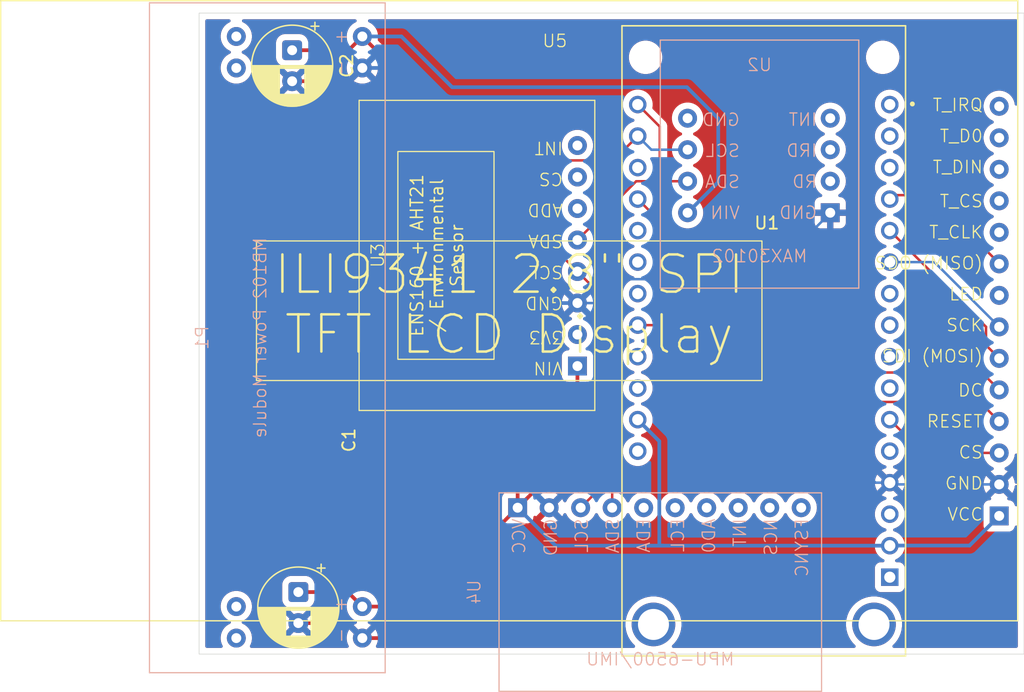
<source format=kicad_pcb>
(kicad_pcb (version 20241229) (generator "pcbnew") (generator_version "9.0")
  (layers (0 "F.Cu" signal) (2 "B.Cu" signal) (13 "F.Paste" user) (15 "B.Paste" user) (5 "F.SilkS" user "F.Silkscreen") (7 "B.SilkS" user "B.Silkscreen") (1 "F.Mask" user) (3 "B.Mask" user) (25 "Edge.Cuts" user))
  (net 0 "")
  (net 1 "+3.3V")
  (net 2 "GND")
  (net 3 "/SPI_MOSI")
  (net 5 "/SPI_CS_LCD")
  (net 6 "/SCL")
  (net 8 "/SPI_SCK")
  (net 10 "/SPI_MISO")
  (net 17 "/SDA")
  (net 23 "/SPI_DC")
  (net 27 "/SPI_RST")
  (footprint "Capacitor_THT:CP_Radial_D6.3mm_P2.50mm" (layer "F.Cu") (at 94.5 84.817621 -90)
    (property "Reference" "C2" (at 1.25 -4.4 90) (layer "F.SilkS"))
    (property "Value" "47 uC")
    (fp_line (start 1.49 1.04) (end 1.49 3.221) (stroke (width 0.12)) (layer "F.SilkS"))
    (fp_line (start 1.53 1.04) (end 1.53 3.218) (stroke (width 0.12)) (layer "F.SilkS"))
    (fp_line (start 1.57 1.04) (end 1.57 3.214) (stroke (width 0.12)) (layer "F.SilkS"))
    (fp_line (start 1.61 1.04) (end 1.61 3.21) (stroke (width 0.12)) (layer "F.SilkS"))
    (fp_line (start 1.65 1.04) (end 1.65 3.205) (stroke (width 0.12)) (layer "F.SilkS"))
    (fp_line (start 1.69 1.04) (end 1.69 3.2) (stroke (width 0.12)) (layer "F.SilkS"))
    (fp_line (start 1.73 1.04) (end 1.73 3.195) (stroke (width 0.12)) (layer "F.SilkS"))
    (fp_line (start 1.77 1.04) (end 1.77 3.188) (stroke (width 0.12)) (layer "F.SilkS"))
    (fp_line (start 1.81 1.04) (end 1.81 3.182) (stroke (width 0.12)) (layer "F.SilkS"))
    (fp_line (start 1.85 1.04) (end 1.85 3.174) (stroke (width 0.12)) (layer "F.SilkS"))
    (fp_line (start 1.89 1.04) (end 1.89 3.167) (stroke (width 0.12)) (layer "F.SilkS"))
    (fp_line (start 1.93 1.04) (end 1.93 3.159) (stroke (width 0.12)) (layer "F.SilkS"))
    (fp_line (start 1.97 1.04) (end 1.97 3.15) (stroke (width 0.12)) (layer "F.SilkS"))
    (fp_line (start 2.01 1.04) (end 2.01 3.14) (stroke (width 0.12)) (layer "F.SilkS"))
    (fp_line (start 2.05 1.04) (end 2.05 3.131) (stroke (width 0.12)) (layer "F.SilkS"))
    (fp_line (start 2.09 1.04) (end 2.09 3.12) (stroke (width 0.12)) (layer "F.SilkS"))
    (fp_line (start 2.13 1.04) (end 2.13 3.109) (stroke (width 0.12)) (layer "F.SilkS"))
    (fp_line (start 2.17 1.04) (end 2.17 3.098) (stroke (width 0.12)) (layer "F.SilkS"))
    (fp_line (start 2.21 1.04) (end 2.21 3.086) (stroke (width 0.12)) (layer "F.SilkS"))
    (fp_line (start 2.25 1.04) (end 2.25 3.073) (stroke (width 0.12)) (layer "F.SilkS"))
    (fp_line (start 2.29 1.04) (end 2.29 3.06) (stroke (width 0.12)) (layer "F.SilkS"))
    (fp_line (start 2.33 1.04) (end 2.33 3.047) (stroke (width 0.12)) (layer "F.SilkS"))
    (fp_line (start 2.37 1.04) (end 2.37 3.032) (stroke (width 0.12)) (layer "F.SilkS"))
    (fp_line (start 2.41 1.04) (end 2.41 3.017) (stroke (width 0.12)) (layer "F.SilkS"))
    (fp_line (start 2.45 1.04) (end 2.45 3.002) (stroke (width 0.12)) (layer "F.SilkS"))
    (fp_line (start 2.49 1.04) (end 2.49 2.986) (stroke (width 0.12)) (layer "F.SilkS"))
    (fp_line (start 2.53 1.04) (end 2.53 2.969) (stroke (width 0.12)) (layer "F.SilkS"))
    (fp_line (start 2.57 1.04) (end 2.57 2.952) (stroke (width 0.12)) (layer "F.SilkS"))
    (fp_line (start 2.61 1.04) (end 2.61 2.934) (stroke (width 0.12)) (layer "F.SilkS"))
    (fp_line (start 2.65 1.04) (end 2.65 2.915) (stroke (width 0.12)) (layer "F.SilkS"))
    (fp_line (start 2.69 1.04) (end 2.69 2.896) (stroke (width 0.12)) (layer "F.SilkS"))
    (fp_line (start 2.73 1.04) (end 2.73 2.876) (stroke (width 0.12)) (layer "F.SilkS"))
    (fp_line (start 2.77 1.04) (end 2.77 2.855) (stroke (width 0.12)) (layer "F.SilkS"))
    (fp_line (start 2.81 1.04) (end 2.81 2.834) (stroke (width 0.12)) (layer "F.SilkS"))
    (fp_line (start 2.85 1.04) (end 2.85 2.812) (stroke (width 0.12)) (layer "F.SilkS"))
    (fp_line (start 2.89 1.04) (end 2.89 2.789) (stroke (width 0.12)) (layer "F.SilkS"))
    (fp_line (start 2.93 1.04) (end 2.93 2.765) (stroke (width 0.12)) (layer "F.SilkS"))
    (fp_line (start 2.97 1.04) (end 2.97 2.741) (stroke (width 0.12)) (layer "F.SilkS"))
    (fp_line (start 3.01 1.04) (end 3.01 2.716) (stroke (width 0.12)) (layer "F.SilkS"))
    (fp_line (start 3.05 1.04) (end 3.05 2.69) (stroke (width 0.12)) (layer "F.SilkS"))
    (fp_line (start 3.09 1.04) (end 3.09 2.663) (stroke (width 0.12)) (layer "F.SilkS"))
    (fp_line (start 3.13 1.04) (end 3.13 2.636) (stroke (width 0.12)) (layer "F.SilkS"))
    (fp_line (start 3.17 1.04) (end 3.17 2.607) (stroke (width 0.12)) (layer "F.SilkS"))
    (fp_line (start 3.21 1.04) (end 3.21 2.577) (stroke (width 0.12)) (layer "F.SilkS"))
    (fp_line (start 3.25 1.04) (end 3.25 2.547) (stroke (width 0.12)) (layer "F.SilkS"))
    (fp_line (start 3.29 1.04) (end 3.29 2.516) (stroke (width 0.12)) (layer "F.SilkS"))
    (fp_line (start 3.33 1.04) (end 3.33 2.483) (stroke (width 0.12)) (layer "F.SilkS"))
    (fp_line (start 3.37 1.04) (end 3.37 2.45) (stroke (width 0.12)) (layer "F.SilkS"))
    (fp_line (start 3.41 1.04) (end 3.41 2.415) (stroke (width 0.12)) (layer "F.SilkS"))
    (fp_line (start 3.45 1.04) (end 3.45 2.379) (stroke (width 0.12)) (layer "F.SilkS"))
    (fp_line (start 3.49 1.04) (end 3.49 2.342) (stroke (width 0.12)) (layer "F.SilkS"))
    (fp_line (start 3.53 1.04) (end 3.53 2.304) (stroke (width 0.12)) (layer "F.SilkS"))
    (fp_line (start 4.49 -0.402) (end 4.49 0.402) (stroke (width 0.12)) (layer "F.SilkS"))
    (fp_line (start 4.45 -0.633) (end 4.45 0.633) (stroke (width 0.12)) (layer "F.SilkS"))
    (fp_line (start 4.41 -0.801) (end 4.41 0.801) (stroke (width 0.12)) (layer "F.SilkS"))
    (fp_line (start 4.37 -0.939) (end 4.37 0.939) (stroke (width 0.12)) (layer "F.SilkS"))
    (fp_line (start 4.33 -1.058) (end 4.33 1.058) (stroke (width 0.12)) (layer "F.SilkS"))
    (fp_line (start 4.29 -1.165) (end 4.29 1.165) (stroke (width 0.12)) (layer "F.SilkS"))
    (fp_line (start 4.25 -1.261) (end 4.25 1.261) (stroke (width 0.12)) (layer "F.SilkS"))
    (fp_line (start 4.21 -1.35) (end 4.21 1.35) (stroke (width 0.12)) (layer "F.SilkS"))
    (fp_line (start 4.17 -1.432) (end 4.17 1.432) (stroke (width 0.12)) (layer "F.SilkS"))
    (fp_line (start 4.13 -1.509) (end 4.13 1.509) (stroke (width 0.12)) (layer "F.SilkS"))
    (fp_line (start 4.09 -1.581) (end 4.09 1.581) (stroke (width 0.12)) (layer "F.SilkS"))
    (fp_line (start 4.05 -1.649) (end 4.05 1.649) (stroke (width 0.12)) (layer "F.SilkS"))
    (fp_line (start 4.01 -1.714) (end 4.01 1.714) (stroke (width 0.12)) (layer "F.SilkS"))
    (fp_line (start 3.97 -1.775) (end 3.97 1.775) (stroke (width 0.12)) (layer "F.SilkS"))
    (fp_line (start 3.93 -1.834) (end 3.93 1.834) (stroke (width 0.12)) (layer "F.SilkS"))
    (fp_line (start -2.250241 -1.839) (end -1.620241 -1.839) (stroke (width 0.12)) (layer "F.SilkS"))
    (fp_line (start 3.89 -1.89) (end 3.89 1.89) (stroke (width 0.12)) (layer "F.SilkS"))
    (fp_line (start 3.85 -1.943) (end 3.85 1.943) (stroke (width 0.12)) (layer "F.SilkS"))
    (fp_line (start 3.81 -1.995) (end 3.81 1.995) (stroke (width 0.12)) (layer "F.SilkS"))
    (fp_line (start 3.77 -2.044) (end 3.77 2.044) (stroke (width 0.12)) (layer "F.SilkS"))
    (fp_line (start 3.73 -2.091) (end 3.73 2.091) (stroke (width 0.12)) (layer "F.SilkS"))
    (fp_line (start 3.69 -2.137) (end 3.69 2.137) (stroke (width 0.12)) (layer "F.SilkS"))
    (fp_line (start -1.935241 -2.154) (end -1.935241 -1.524) (stroke (width 0.12)) (layer "F.SilkS"))
    (fp_line (start 3.65 -2.181) (end 3.65 2.181) (stroke (width 0.12)) (layer "F.SilkS"))
    (fp_line (start 3.61 -2.223) (end 3.61 2.223) (stroke (width 0.12)) (layer "F.SilkS"))
    (fp_line (start 3.57 -2.264) (end 3.57 2.264) (stroke (width 0.12)) (layer "F.SilkS"))
    (fp_line (start 3.53 -2.304) (end 3.53 -1.04) (stroke (width 0.12)) (layer "F.SilkS"))
    (fp_line (start 3.49 -2.342) (end 3.49 -1.04) (stroke (width 0.12)) (layer "F.SilkS"))
    (fp_line (start 3.45 -2.379) (end 3.45 -1.04) (stroke (width 0.12)) (layer "F.SilkS"))
    (fp_line (start 3.41 -2.415) (end 3.41 -1.04) (stroke (width 0.12)) (layer "F.SilkS"))
    (fp_line (start 3.37 -2.45) (end 3.37 -1.04) (stroke (width 0.12)) (layer "F.SilkS"))
    (fp_line (start 3.33 -2.483) (end 3.33 -1.04) (stroke (width 0.12)) (layer "F.SilkS"))
    (fp_line (start 3.29 -2.516) (end 3.29 -1.04) (stroke (width 0.12)) (layer "F.SilkS"))
    (fp_line (start 3.25 -2.547) (end 3.25 -1.04) (stroke (width 0.12)) (layer "F.SilkS"))
    (fp_line (start 3.21 -2.577) (end 3.21 -1.04) (stroke (width 0.12)) (layer "F.SilkS"))
    (fp_line (start 3.17 -2.607) (end 3.17 -1.04) (stroke (width 0.12)) (layer "F.SilkS"))
    (fp_line (start 3.13 -2.636) (end 3.13 -1.04) (stroke (width 0.12)) (layer "F.SilkS"))
    (fp_line (start 3.09 -2.663) (end 3.09 -1.04) (stroke (width 0.12)) (layer "F.SilkS"))
    (fp_line (start 3.05 -2.69) (end 3.05 -1.04) (stroke (width 0.12)) (layer "F.SilkS"))
    (fp_line (start 3.01 -2.716) (end 3.01 -1.04) (stroke (width 0.12)) (layer "F.SilkS"))
    (fp_line (start 2.97 -2.741) (end 2.97 -1.04) (stroke (width 0.12)) (layer "F.SilkS"))
    (fp_line (start 2.93 -2.765) (end 2.93 -1.04) (stroke (width 0.12)) (layer "F.SilkS"))
    (fp_line (start 2.89 -2.789) (end 2.89 -1.04) (stroke (width 0.12)) (layer "F.SilkS"))
    (fp_line (start 2.85 -2.812) (end 2.85 -1.04) (stroke (width 0.12)) (layer "F.SilkS"))
    (fp_line (start 2.81 -2.834) (end 2.81 -1.04) (stroke (width 0.12)) (layer "F.SilkS"))
    (fp_line (start 2.77 -2.855) (end 2.77 -1.04) (stroke (width 0.12)) (layer "F.SilkS"))
    (fp_line (start 2.73 -2.876) (end 2.73 -1.04) (stroke (width 0.12)) (layer "F.SilkS"))
    (fp_line (start 2.69 -2.896) (end 2.69 -1.04) (stroke (width 0.12)) (layer "F.SilkS"))
    (fp_line (start 2.65 -2.915) (end 2.65 -1.04) (stroke (width 0.12)) (layer "F.SilkS"))
    (fp_line (start 2.61 -2.934) (end 2.61 -1.04) (stroke (width 0.12)) (layer "F.SilkS"))
    (fp_line (start 2.57 -2.952) (end 2.57 -1.04) (stroke (width 0.12)) (layer "F.SilkS"))
    (fp_line (start 2.53 -2.969) (end 2.53 -1.04) (stroke (width 0.12)) (layer "F.SilkS"))
    (fp_line (start 2.49 -2.986) (end 2.49 -1.04) (stroke (width 0.12)) (layer "F.SilkS"))
    (fp_line (start 2.45 -3.002) (end 2.45 -1.04) (stroke (width 0.12)) (layer "F.SilkS"))
    (fp_line (start 2.41 -3.017) (end 2.41 -1.04) (stroke (width 0.12)) (layer "F.SilkS"))
    (fp_line (start 2.37 -3.032) (end 2.37 -1.04) (stroke (width 0.12)) (layer "F.SilkS"))
    (fp_line (start 2.33 -3.047) (end 2.33 -1.04) (stroke (width 0.12)) (layer "F.SilkS"))
    (fp_line (start 2.29 -3.06) (end 2.29 -1.04) (stroke (width 0.12)) (layer "F.SilkS"))
    (fp_line (start 2.25 -3.073) (end 2.25 -1.04) (stroke (width 0.12)) (layer "F.SilkS"))
    (fp_line (start 2.21 -3.086) (end 2.21 -1.04) (stroke (width 0.12)) (layer "F.SilkS"))
    (fp_line (start 2.17 -3.098) (end 2.17 -1.04) (stroke (width 0.12)) (layer "F.SilkS"))
    (fp_line (start 2.13 -3.109) (end 2.13 -1.04) (stroke (width 0.12)) (layer "F.SilkS"))
    (fp_line (start 2.09 -3.12) (end 2.09 -1.04) (stroke (width 0.12)) (layer "F.SilkS"))
    (fp_line (start 2.05 -3.131) (end 2.05 -1.04) (stroke (width 0.12)) (layer "F.SilkS"))
    (fp_line (start 2.01 -3.14) (end 2.01 -1.04) (stroke (width 0.12)) (layer "F.SilkS"))
    (fp_line (start 1.97 -3.15) (end 1.97 -1.04) (stroke (width 0.12)) (layer "F.SilkS"))
    (fp_line (start 1.93 -3.159) (end 1.93 -1.04) (stroke (width 0.12)) (layer "F.SilkS"))
    (fp_line (start 1.89 -3.167) (end 1.89 -1.04) (stroke (width 0.12)) (layer "F.SilkS"))
    (fp_line (start 1.85 -3.174) (end 1.85 -1.04) (stroke (width 0.12)) (layer "F.SilkS"))
    (fp_line (start 1.81 -3.182) (end 1.81 -1.04) (stroke (width 0.12)) (layer "F.SilkS"))
    (fp_line (start 1.77 -3.188) (end 1.77 -1.04) (stroke (width 0.12)) (layer "F.SilkS"))
    (fp_line (start 1.73 -3.195) (end 1.73 -1.04) (stroke (width 0.12)) (layer "F.SilkS"))
    (fp_line (start 1.69 -3.2) (end 1.69 -1.04) (stroke (width 0.12)) (layer "F.SilkS"))
    (fp_line (start 1.65 -3.205) (end 1.65 -1.04) (stroke (width 0.12)) (layer "F.SilkS"))
    (fp_line (start 1.61 -3.21) (end 1.61 -1.04) (stroke (width 0.12)) (layer "F.SilkS"))
    (fp_line (start 1.57 -3.214) (end 1.57 -1.04) (stroke (width 0.12)) (layer "F.SilkS"))
    (fp_line (start 1.53 -3.218) (end 1.53 -1.04) (stroke (width 0.12)) (layer "F.SilkS"))
    (fp_line (start 1.49 -3.221) (end 1.49 -1.04) (stroke (width 0.12)) (layer "F.SilkS"))
    (fp_line (start 1.45 -3.224) (end 1.45 3.224) (stroke (width 0.12)) (layer "F.SilkS"))
    (fp_line (start 1.41 -3.226) (end 1.41 3.226) (stroke (width 0.12)) (layer "F.SilkS"))
    (fp_line (start 1.37 -3.228) (end 1.37 3.228) (stroke (width 0.12)) (layer "F.SilkS"))
    (fp_line (start 1.33 -3.229) (end 1.33 3.229) (stroke (width 0.12)) (layer "F.SilkS"))
    (fp_line (start 1.25 -3.23) (end 1.25 3.23) (stroke (width 0.12)) (layer "F.SilkS"))
    (fp_line (start 1.29 -3.23) (end 1.29 3.23) (stroke (width 0.12)) (layer "F.SilkS"))
    (fp_circle (center 1.25 0) (end 4.52 0) (stroke (width 0.12)) (fill no) (layer "F.SilkS"))
    (pad "1" thru_hole roundrect (at 0 0 270) (size 1.6 1.6) (drill 0.8) (layers "*.Cu" "*.Mask") (roundrect_rratio 0.15625) (net 1 "+3.3V"))
    (pad "2" thru_hole circle (at 2.5 0 270) (size 1.6 1.6) (drill 0.8) (layers "*.Cu" "*.Mask") (net 2 "GND"))
  )
  (footprint "THG_Wristwatch:ESP32_Feather_V2" (layer "F.Cu") (at 132.77 108)
    (property "Reference" "U1" (at 0 -9.25 180) (layer "F.SilkS"))
    (property "Value" "~")
    (fp_line (start -11.68 -25.15) (end 11.18 -25.15) (stroke (width 0.127)) (layer "F.SilkS"))
    (fp_line (start -11.68 25.65) (end -11.68 -25.15) (stroke (width 0.127)) (layer "F.SilkS"))
    (fp_line (start 11.18 -25.15) (end 11.18 25.65) (stroke (width 0.127)) (layer "F.SilkS"))
    (fp_line (start 11.18 25.65) (end -11.68 25.65) (stroke (width 0.127)) (layer "F.SilkS"))
    (fp_circle (center 11.73 -18.85) (end 11.73 -18.95) (stroke (width 0.2)) (fill no) (layer "F.SilkS"))
    (pad "" np_thru_hole circle (at -9.775 -22.61 90) (size 2.2 2.2) (drill 2.2) (layers "*.Cu" "*.Mask"))
    (pad "" np_thru_hole circle (at 9.3385 -22.61 90) (size 2.2 2.2) (drill 2.2) (layers "*.Cu" "*.Mask"))
    (pad "1" thru_hole rect (at 9.91 19.3 90) (size 1.408 1.408) (drill 0.9) (layers "*.Cu" "*.Mask"))
    (pad "2" thru_hole circle (at 9.91 16.76 90) (size 1.408 1.408) (drill 0.9) (layers "*.Cu" "*.Mask") (net 1 "+3.3V"))
    (pad "3" thru_hole circle (at 9.91 14.22 90) (size 1.408 1.408) (drill 0.9) (layers "*.Cu" "*.Mask"))
    (pad "4" thru_hole circle (at 9.91 11.68 90) (size 1.408 1.408) (drill 0.9) (layers "*.Cu" "*.Mask") (net 2 "GND"))
    (pad "5" thru_hole circle (at 9.91 9.14 90) (size 1.408 1.408) (drill 0.9) (layers "*.Cu" "*.Mask"))
    (pad "6" thru_hole circle (at 9.91 6.6 90) (size 1.408 1.408) (drill 0.9) (layers "*.Cu" "*.Mask") (net 5 "/SPI_CS_LCD"))
    (pad "7" thru_hole circle (at 9.91 4.06 90) (size 1.408 1.408) (drill 0.9) (layers "*.Cu" "*.Mask"))
    (pad "8" thru_hole circle (at 9.91 1.52 90) (size 1.408 1.408) (drill 0.9) (layers "*.Cu" "*.Mask"))
    (pad "9" thru_hole circle (at 9.91 -1.02 90) (size 1.408 1.408) (drill 0.9) (layers "*.Cu" "*.Mask"))
    (pad "10" thru_hole circle (at 9.91 -3.56 90) (size 1.408 1.408) (drill 0.9) (layers "*.Cu" "*.Mask"))
    (pad "11" thru_hole circle (at 9.91 -6.1 90) (size 1.408 1.408) (drill 0.9) (layers "*.Cu" "*.Mask") (net 8 "/SPI_SCK"))
    (pad "12" thru_hole circle (at 9.91 -8.64 90) (size 1.408 1.408) (drill 0.9) (layers "*.Cu" "*.Mask") (net 3 "/SPI_MOSI"))
    (pad "13" thru_hole circle (at 9.91 -11.18 90) (size 1.408 1.408) (drill 0.9) (layers "*.Cu" "*.Mask") (net 10 "/SPI_MISO"))
    (pad "14" thru_hole circle (at 9.91 -13.72 90) (size 1.408 1.408) (drill 0.9) (layers "*.Cu" "*.Mask"))
    (pad "15" thru_hole circle (at 9.91 -16.26 90) (size 1.408 1.408) (drill 0.9) (layers "*.Cu" "*.Mask"))
    (pad "16" thru_hole circle (at 9.91 -18.8 90) (size 1.408 1.408) (drill 0.9) (layers "*.Cu" "*.Mask"))
    (pad "17" thru_hole circle (at -10.41 -18.8 90) (size 1.408 1.408) (drill 0.9) (layers "*.Cu" "*.Mask") (net 17 "/SDA"))
    (pad "18" thru_hole circle (at -10.41 -16.26 90) (size 1.408 1.408) (drill 0.9) (layers "*.Cu" "*.Mask") (net 6 "/SCL"))
    (pad "19" thru_hole circle (at -10.41 -13.72 90) (size 1.408 1.408) (drill 0.9) (layers "*.Cu" "*.Mask"))
    (pad "20" thru_hole circle (at -10.41 -11.18 90) (size 1.408 1.408) (drill 0.9) (layers "*.Cu" "*.Mask") (net 23 "/SPI_DC"))
    (pad "21" thru_hole circle (at -10.41 -8.64 90) (size 1.408 1.408) (drill 0.9) (layers "*.Cu" "*.Mask"))
    (pad "22" thru_hole circle (at -10.41 -6.1 90) (size 1.408 1.408) (drill 0.9) (layers "*.Cu" "*.Mask"))
    (pad "23" thru_hole circle (at -10.41 -3.56 90) (size 1.408 1.408) (drill 0.9) (layers "*.Cu" "*.Mask"))
    (pad "24" thru_hole circle (at -10.41 -1.02 90) (size 1.408 1.408) (drill 0.9) (layers "*.Cu" "*.Mask") (net 27 "/SPI_RST"))
    (pad "25" thru_hole circle (at -10.41 1.52 90) (size 1.408 1.408) (drill 0.9) (layers "*.Cu" "*.Mask"))
    (pad "26" thru_hole circle (at -10.41 4.06 90) (size 1.408 1.408) (drill 0.9) (layers "*.Cu" "*.Mask"))
    (pad "27" thru_hole circle (at -10.41 6.6 90) (size 1.408 1.408) (drill 0.9) (layers "*.Cu" "*.Mask") (net 1 "+3.3V"))
    (pad "28" thru_hole circle (at -10.41 9.14 90) (size 1.408 1.408) (drill 0.9) (layers "*.Cu" "*.Mask"))
    (pad "P1" thru_hole circle (at 8.64 23.11 90) (size 3.516 3.516) (drill 2.5) (layers "*.Cu" "*.Mask"))
    (pad "P2" thru_hole circle (at -9.14 23.11 90) (size 3.516 3.516) (drill 2.5) (layers "*.Cu" "*.Mask"))
  )
  (footprint "Capacitor_THT:CP_Radial_D6.3mm_P2.50mm" (layer "F.Cu") (at 95 128.5 -90)
    (property "Reference" "C1" (at -12.25 -4.08 90) (layer "F.SilkS"))
    (property "Value" "47 uC")
    (fp_line (start 1.49 1.04) (end 1.49 3.221) (stroke (width 0.12)) (layer "F.SilkS"))
    (fp_line (start 1.53 1.04) (end 1.53 3.218) (stroke (width 0.12)) (layer "F.SilkS"))
    (fp_line (start 1.57 1.04) (end 1.57 3.214) (stroke (width 0.12)) (layer "F.SilkS"))
    (fp_line (start 1.61 1.04) (end 1.61 3.21) (stroke (width 0.12)) (layer "F.SilkS"))
    (fp_line (start 1.65 1.04) (end 1.65 3.205) (stroke (width 0.12)) (layer "F.SilkS"))
    (fp_line (start 1.69 1.04) (end 1.69 3.2) (stroke (width 0.12)) (layer "F.SilkS"))
    (fp_line (start 1.73 1.04) (end 1.73 3.195) (stroke (width 0.12)) (layer "F.SilkS"))
    (fp_line (start 1.77 1.04) (end 1.77 3.188) (stroke (width 0.12)) (layer "F.SilkS"))
    (fp_line (start 1.81 1.04) (end 1.81 3.182) (stroke (width 0.12)) (layer "F.SilkS"))
    (fp_line (start 1.85 1.04) (end 1.85 3.174) (stroke (width 0.12)) (layer "F.SilkS"))
    (fp_line (start 1.89 1.04) (end 1.89 3.167) (stroke (width 0.12)) (layer "F.SilkS"))
    (fp_line (start 1.93 1.04) (end 1.93 3.159) (stroke (width 0.12)) (layer "F.SilkS"))
    (fp_line (start 1.97 1.04) (end 1.97 3.15) (stroke (width 0.12)) (layer "F.SilkS"))
    (fp_line (start 2.01 1.04) (end 2.01 3.14) (stroke (width 0.12)) (layer "F.SilkS"))
    (fp_line (start 2.05 1.04) (end 2.05 3.131) (stroke (width 0.12)) (layer "F.SilkS"))
    (fp_line (start 2.09 1.04) (end 2.09 3.12) (stroke (width 0.12)) (layer "F.SilkS"))
    (fp_line (start 2.13 1.04) (end 2.13 3.109) (stroke (width 0.12)) (layer "F.SilkS"))
    (fp_line (start 2.17 1.04) (end 2.17 3.098) (stroke (width 0.12)) (layer "F.SilkS"))
    (fp_line (start 2.21 1.04) (end 2.21 3.086) (stroke (width 0.12)) (layer "F.SilkS"))
    (fp_line (start 2.25 1.04) (end 2.25 3.073) (stroke (width 0.12)) (layer "F.SilkS"))
    (fp_line (start 2.29 1.04) (end 2.29 3.06) (stroke (width 0.12)) (layer "F.SilkS"))
    (fp_line (start 2.33 1.04) (end 2.33 3.047) (stroke (width 0.12)) (layer "F.SilkS"))
    (fp_line (start 2.37 1.04) (end 2.37 3.032) (stroke (width 0.12)) (layer "F.SilkS"))
    (fp_line (start 2.41 1.04) (end 2.41 3.017) (stroke (width 0.12)) (layer "F.SilkS"))
    (fp_line (start 2.45 1.04) (end 2.45 3.002) (stroke (width 0.12)) (layer "F.SilkS"))
    (fp_line (start 2.49 1.04) (end 2.49 2.986) (stroke (width 0.12)) (layer "F.SilkS"))
    (fp_line (start 2.53 1.04) (end 2.53 2.969) (stroke (width 0.12)) (layer "F.SilkS"))
    (fp_line (start 2.57 1.04) (end 2.57 2.952) (stroke (width 0.12)) (layer "F.SilkS"))
    (fp_line (start 2.61 1.04) (end 2.61 2.934) (stroke (width 0.12)) (layer "F.SilkS"))
    (fp_line (start 2.65 1.04) (end 2.65 2.915) (stroke (width 0.12)) (layer "F.SilkS"))
    (fp_line (start 2.69 1.04) (end 2.69 2.896) (stroke (width 0.12)) (layer "F.SilkS"))
    (fp_line (start 2.73 1.04) (end 2.73 2.876) (stroke (width 0.12)) (layer "F.SilkS"))
    (fp_line (start 2.77 1.04) (end 2.77 2.855) (stroke (width 0.12)) (layer "F.SilkS"))
    (fp_line (start 2.81 1.04) (end 2.81 2.834) (stroke (width 0.12)) (layer "F.SilkS"))
    (fp_line (start 2.85 1.04) (end 2.85 2.812) (stroke (width 0.12)) (layer "F.SilkS"))
    (fp_line (start 2.89 1.04) (end 2.89 2.789) (stroke (width 0.12)) (layer "F.SilkS"))
    (fp_line (start 2.93 1.04) (end 2.93 2.765) (stroke (width 0.12)) (layer "F.SilkS"))
    (fp_line (start 2.97 1.04) (end 2.97 2.741) (stroke (width 0.12)) (layer "F.SilkS"))
    (fp_line (start 3.01 1.04) (end 3.01 2.716) (stroke (width 0.12)) (layer "F.SilkS"))
    (fp_line (start 3.05 1.04) (end 3.05 2.69) (stroke (width 0.12)) (layer "F.SilkS"))
    (fp_line (start 3.09 1.04) (end 3.09 2.663) (stroke (width 0.12)) (layer "F.SilkS"))
    (fp_line (start 3.13 1.04) (end 3.13 2.636) (stroke (width 0.12)) (layer "F.SilkS"))
    (fp_line (start 3.17 1.04) (end 3.17 2.607) (stroke (width 0.12)) (layer "F.SilkS"))
    (fp_line (start 3.21 1.04) (end 3.21 2.577) (stroke (width 0.12)) (layer "F.SilkS"))
    (fp_line (start 3.25 1.04) (end 3.25 2.547) (stroke (width 0.12)) (layer "F.SilkS"))
    (fp_line (start 3.29 1.04) (end 3.29 2.516) (stroke (width 0.12)) (layer "F.SilkS"))
    (fp_line (start 3.33 1.04) (end 3.33 2.483) (stroke (width 0.12)) (layer "F.SilkS"))
    (fp_line (start 3.37 1.04) (end 3.37 2.45) (stroke (width 0.12)) (layer "F.SilkS"))
    (fp_line (start 3.41 1.04) (end 3.41 2.415) (stroke (width 0.12)) (layer "F.SilkS"))
    (fp_line (start 3.45 1.04) (end 3.45 2.379) (stroke (width 0.12)) (layer "F.SilkS"))
    (fp_line (start 3.49 1.04) (end 3.49 2.342) (stroke (width 0.12)) (layer "F.SilkS"))
    (fp_line (start 3.53 1.04) (end 3.53 2.304) (stroke (width 0.12)) (layer "F.SilkS"))
    (fp_line (start 4.49 -0.402) (end 4.49 0.402) (stroke (width 0.12)) (layer "F.SilkS"))
    (fp_line (start 4.45 -0.633) (end 4.45 0.633) (stroke (width 0.12)) (layer "F.SilkS"))
    (fp_line (start 4.41 -0.801) (end 4.41 0.801) (stroke (width 0.12)) (layer "F.SilkS"))
    (fp_line (start 4.37 -0.939) (end 4.37 0.939) (stroke (width 0.12)) (layer "F.SilkS"))
    (fp_line (start 4.33 -1.058) (end 4.33 1.058) (stroke (width 0.12)) (layer "F.SilkS"))
    (fp_line (start 4.29 -1.165) (end 4.29 1.165) (stroke (width 0.12)) (layer "F.SilkS"))
    (fp_line (start 4.25 -1.261) (end 4.25 1.261) (stroke (width 0.12)) (layer "F.SilkS"))
    (fp_line (start 4.21 -1.35) (end 4.21 1.35) (stroke (width 0.12)) (layer "F.SilkS"))
    (fp_line (start 4.17 -1.432) (end 4.17 1.432) (stroke (width 0.12)) (layer "F.SilkS"))
    (fp_line (start 4.13 -1.509) (end 4.13 1.509) (stroke (width 0.12)) (layer "F.SilkS"))
    (fp_line (start 4.09 -1.581) (end 4.09 1.581) (stroke (width 0.12)) (layer "F.SilkS"))
    (fp_line (start 4.05 -1.649) (end 4.05 1.649) (stroke (width 0.12)) (layer "F.SilkS"))
    (fp_line (start 4.01 -1.714) (end 4.01 1.714) (stroke (width 0.12)) (layer "F.SilkS"))
    (fp_line (start 3.97 -1.775) (end 3.97 1.775) (stroke (width 0.12)) (layer "F.SilkS"))
    (fp_line (start 3.93 -1.834) (end 3.93 1.834) (stroke (width 0.12)) (layer "F.SilkS"))
    (fp_line (start -2.250241 -1.839) (end -1.620241 -1.839) (stroke (width 0.12)) (layer "F.SilkS"))
    (fp_line (start 3.89 -1.89) (end 3.89 1.89) (stroke (width 0.12)) (layer "F.SilkS"))
    (fp_line (start 3.85 -1.943) (end 3.85 1.943) (stroke (width 0.12)) (layer "F.SilkS"))
    (fp_line (start 3.81 -1.995) (end 3.81 1.995) (stroke (width 0.12)) (layer "F.SilkS"))
    (fp_line (start 3.77 -2.044) (end 3.77 2.044) (stroke (width 0.12)) (layer "F.SilkS"))
    (fp_line (start 3.73 -2.091) (end 3.73 2.091) (stroke (width 0.12)) (layer "F.SilkS"))
    (fp_line (start 3.69 -2.137) (end 3.69 2.137) (stroke (width 0.12)) (layer "F.SilkS"))
    (fp_line (start -1.935241 -2.154) (end -1.935241 -1.524) (stroke (width 0.12)) (layer "F.SilkS"))
    (fp_line (start 3.65 -2.181) (end 3.65 2.181) (stroke (width 0.12)) (layer "F.SilkS"))
    (fp_line (start 3.61 -2.223) (end 3.61 2.223) (stroke (width 0.12)) (layer "F.SilkS"))
    (fp_line (start 3.57 -2.264) (end 3.57 2.264) (stroke (width 0.12)) (layer "F.SilkS"))
    (fp_line (start 3.53 -2.304) (end 3.53 -1.04) (stroke (width 0.12)) (layer "F.SilkS"))
    (fp_line (start 3.49 -2.342) (end 3.49 -1.04) (stroke (width 0.12)) (layer "F.SilkS"))
    (fp_line (start 3.45 -2.379) (end 3.45 -1.04) (stroke (width 0.12)) (layer "F.SilkS"))
    (fp_line (start 3.41 -2.415) (end 3.41 -1.04) (stroke (width 0.12)) (layer "F.SilkS"))
    (fp_line (start 3.37 -2.45) (end 3.37 -1.04) (stroke (width 0.12)) (layer "F.SilkS"))
    (fp_line (start 3.33 -2.483) (end 3.33 -1.04) (stroke (width 0.12)) (layer "F.SilkS"))
    (fp_line (start 3.29 -2.516) (end 3.29 -1.04) (stroke (width 0.12)) (layer "F.SilkS"))
    (fp_line (start 3.25 -2.547) (end 3.25 -1.04) (stroke (width 0.12)) (layer "F.SilkS"))
    (fp_line (start 3.21 -2.577) (end 3.21 -1.04) (stroke (width 0.12)) (layer "F.SilkS"))
    (fp_line (start 3.17 -2.607) (end 3.17 -1.04) (stroke (width 0.12)) (layer "F.SilkS"))
    (fp_line (start 3.13 -2.636) (end 3.13 -1.04) (stroke (width 0.12)) (layer "F.SilkS"))
    (fp_line (start 3.09 -2.663) (end 3.09 -1.04) (stroke (width 0.12)) (layer "F.SilkS"))
    (fp_line (start 3.05 -2.69) (end 3.05 -1.04) (stroke (width 0.12)) (layer "F.SilkS"))
    (fp_line (start 3.01 -2.716) (end 3.01 -1.04) (stroke (width 0.12)) (layer "F.SilkS"))
    (fp_line (start 2.97 -2.741) (end 2.97 -1.04) (stroke (width 0.12)) (layer "F.SilkS"))
    (fp_line (start 2.93 -2.765) (end 2.93 -1.04) (stroke (width 0.12)) (layer "F.SilkS"))
    (fp_line (start 2.89 -2.789) (end 2.89 -1.04) (stroke (width 0.12)) (layer "F.SilkS"))
    (fp_line (start 2.85 -2.812) (end 2.85 -1.04) (stroke (width 0.12)) (layer "F.SilkS"))
    (fp_line (start 2.81 -2.834) (end 2.81 -1.04) (stroke (width 0.12)) (layer "F.SilkS"))
    (fp_line (start 2.77 -2.855) (end 2.77 -1.04) (stroke (width 0.12)) (layer "F.SilkS"))
    (fp_line (start 2.73 -2.876) (end 2.73 -1.04) (stroke (width 0.12)) (layer "F.SilkS"))
    (fp_line (start 2.69 -2.896) (end 2.69 -1.04) (stroke (width 0.12)) (layer "F.SilkS"))
    (fp_line (start 2.65 -2.915) (end 2.65 -1.04) (stroke (width 0.12)) (layer "F.SilkS"))
    (fp_line (start 2.61 -2.934) (end 2.61 -1.04) (stroke (width 0.12)) (layer "F.SilkS"))
    (fp_line (start 2.57 -2.952) (end 2.57 -1.04) (stroke (width 0.12)) (layer "F.SilkS"))
    (fp_line (start 2.53 -2.969) (end 2.53 -1.04) (stroke (width 0.12)) (layer "F.SilkS"))
    (fp_line (start 2.49 -2.986) (end 2.49 -1.04) (stroke (width 0.12)) (layer "F.SilkS"))
    (fp_line (start 2.45 -3.002) (end 2.45 -1.04) (stroke (width 0.12)) (layer "F.SilkS"))
    (fp_line (start 2.41 -3.017) (end 2.41 -1.04) (stroke (width 0.12)) (layer "F.SilkS"))
    (fp_line (start 2.37 -3.032) (end 2.37 -1.04) (stroke (width 0.12)) (layer "F.SilkS"))
    (fp_line (start 2.33 -3.047) (end 2.33 -1.04) (stroke (width 0.12)) (layer "F.SilkS"))
    (fp_line (start 2.29 -3.06) (end 2.29 -1.04) (stroke (width 0.12)) (layer "F.SilkS"))
    (fp_line (start 2.25 -3.073) (end 2.25 -1.04) (stroke (width 0.12)) (layer "F.SilkS"))
    (fp_line (start 2.21 -3.086) (end 2.21 -1.04) (stroke (width 0.12)) (layer "F.SilkS"))
    (fp_line (start 2.17 -3.098) (end 2.17 -1.04) (stroke (width 0.12)) (layer "F.SilkS"))
    (fp_line (start 2.13 -3.109) (end 2.13 -1.04) (stroke (width 0.12)) (layer "F.SilkS"))
    (fp_line (start 2.09 -3.12) (end 2.09 -1.04) (stroke (width 0.12)) (layer "F.SilkS"))
    (fp_line (start 2.05 -3.131) (end 2.05 -1.04) (stroke (width 0.12)) (layer "F.SilkS"))
    (fp_line (start 2.01 -3.14) (end 2.01 -1.04) (stroke (width 0.12)) (layer "F.SilkS"))
    (fp_line (start 1.97 -3.15) (end 1.97 -1.04) (stroke (width 0.12)) (layer "F.SilkS"))
    (fp_line (start 1.93 -3.159) (end 1.93 -1.04) (stroke (width 0.12)) (layer "F.SilkS"))
    (fp_line (start 1.89 -3.167) (end 1.89 -1.04) (stroke (width 0.12)) (layer "F.SilkS"))
    (fp_line (start 1.85 -3.174) (end 1.85 -1.04) (stroke (width 0.12)) (layer "F.SilkS"))
    (fp_line (start 1.81 -3.182) (end 1.81 -1.04) (stroke (width 0.12)) (layer "F.SilkS"))
    (fp_line (start 1.77 -3.188) (end 1.77 -1.04) (stroke (width 0.12)) (layer "F.SilkS"))
    (fp_line (start 1.73 -3.195) (end 1.73 -1.04) (stroke (width 0.12)) (layer "F.SilkS"))
    (fp_line (start 1.69 -3.2) (end 1.69 -1.04) (stroke (width 0.12)) (layer "F.SilkS"))
    (fp_line (start 1.65 -3.205) (end 1.65 -1.04) (stroke (width 0.12)) (layer "F.SilkS"))
    (fp_line (start 1.61 -3.21) (end 1.61 -1.04) (stroke (width 0.12)) (layer "F.SilkS"))
    (fp_line (start 1.57 -3.214) (end 1.57 -1.04) (stroke (width 0.12)) (layer "F.SilkS"))
    (fp_line (start 1.53 -3.218) (end 1.53 -1.04) (stroke (width 0.12)) (layer "F.SilkS"))
    (fp_line (start 1.49 -3.221) (end 1.49 -1.04) (stroke (width 0.12)) (layer "F.SilkS"))
    (fp_line (start 1.45 -3.224) (end 1.45 3.224) (stroke (width 0.12)) (layer "F.SilkS"))
    (fp_line (start 1.41 -3.226) (end 1.41 3.226) (stroke (width 0.12)) (layer "F.SilkS"))
    (fp_line (start 1.37 -3.228) (end 1.37 3.228) (stroke (width 0.12)) (layer "F.SilkS"))
    (fp_line (start 1.33 -3.229) (end 1.33 3.229) (stroke (width 0.12)) (layer "F.SilkS"))
    (fp_line (start 1.25 -3.23) (end 1.25 3.23) (stroke (width 0.12)) (layer "F.SilkS"))
    (fp_line (start 1.29 -3.23) (end 1.29 3.23) (stroke (width 0.12)) (layer "F.SilkS"))
    (fp_circle (center 1.25 0) (end 4.52 0) (stroke (width 0.12)) (fill no) (layer "F.SilkS"))
    (pad "1" thru_hole roundrect (at 0 0 270) (size 1.6 1.6) (drill 0.8) (layers "*.Cu" "*.Mask") (roundrect_rratio 0.15625) (net 1 "+3.3V"))
    (pad "2" thru_hole circle (at 2.5 0 270) (size 1.6 1.6) (drill 0.8) (layers "*.Cu" "*.Mask") (net 2 "GND"))
  )
  (footprint "THG_Wristwatch:ENS160+AHT21_Environmental_Sensor" (layer "F.Cu") (at 109.4 101.36 90)
    (property "Reference" "U3" (at 0 -8 90) (layer "F.SilkS") (effects (font (thickness 0.1))))
    (property "Value" "~")
    (fp_line (start 12.5 -9.5) (end 12.5 9.5) (stroke (width 0.1)) (layer "F.SilkS"))
    (fp_line (start -12.5 -9.5) (end 12.5 -9.5) (stroke (width 0.1)) (layer "F.SilkS"))
    (fp_line (start 12.5 9.5) (end -12.5 9.5) (stroke (width 0.1)) (layer "F.SilkS"))
    (fp_line (start -12.5 9.5) (end -12.5 -9.5) (stroke (width 0.1)) (layer "F.SilkS"))
    (fp_text user "GND" (at -3.25 7 180) (layer "F.SilkS") (effects (font (thickness 0.1)) (justify left bottom)))
    (fp_text user "ADD" (at 4.25 7 180) (layer "F.SilkS") (effects (font (thickness 0.1)) (justify left bottom)))
    (fp_text user "3V3" (at -6 7 180) (layer "F.SilkS") (effects (font (thickness 0.1)) (justify left bottom)))
    (fp_text user "CS" (at 6.75 7 180) (layer "F.SilkS") (effects (font (thickness 0.1)) (justify left bottom)))
    (fp_text user "INT" (at 9.25 7 180) (layer "F.SilkS") (effects (font (thickness 0.1)) (justify left bottom)))
    (fp_text user "SDA" (at 1.75 7 180) (layer "F.SilkS") (effects (font (thickness 0.1)) (justify left bottom)))
    (fp_text user "SCL" (at -0.75 7 180) (layer "F.SilkS") (effects (font (thickness 0.1)) (justify left bottom)))
    (fp_text user "VIN" (at -8.5 7 180) (layer "F.SilkS") (effects (font (thickness 0.1)) (justify left bottom)))
    (fp_text_box "ENS160 + AHT21 / Environmental Sensor" (start -8.375 -6.375) (end 8.375 1.375) (margins 1.0025 1.0025 1.0025 1.0025) (layer "F.SilkS") (effects (font (size 1 1) (thickness 0.125)) (justify top)) (border yes) (stroke (width 0.1)))
    (pad "1" thru_hole rect (at -8.92 8.1 90) (size 1.524 1.524) (drill 0.8) (layers "*.Cu" "*.Mask") (net 1 "+3.3V"))
    (pad "2" thru_hole circle (at -6.38 8.1 90) (size 1.524 1.524) (drill 0.8) (layers "*.Cu" "*.Mask"))
    (pad "3" thru_hole circle (at -3.84 8.1 90) (size 1.524 1.524) (drill 0.8) (layers "*.Cu" "*.Mask") (net 2 "GND"))
    (pad "4" thru_hole circle (at -1.3 8.1 90) (size 1.524 1.524) (drill 0.8) (layers "*.Cu" "*.Mask") (net 6 "/SCL"))
    (pad "5" thru_hole circle (at 1.24 8.1 90) (size 1.524 1.524) (drill 0.8) (layers "*.Cu" "*.Mask") (net 17 "/SDA"))
    (pad "6" thru_hole circle (at 3.78 8.1 90) (size 1.524 1.524) (drill 0.8) (layers "*.Cu" "*.Mask"))
    (pad "7" thru_hole circle (at 6.32 8.1 90) (size 1.524 1.524) (drill 0.8) (layers "*.Cu" "*.Mask"))
    (pad "8" thru_hole circle (at 8.86 8.1 90) (size 1.524 1.524) (drill 0.8) (layers "*.Cu" "*.Mask"))
  )
  (footprint "THG_Wristwatch:ILI9341_2.8__SPI_TFT_LCD" (layer "F.Cu") (at 112 105.82)
    (property "Reference" "U5" (at 3.68 -21.75 0) (layer "F.SilkS") (effects (font (thickness 0.1))))
    (property "Value" "~")
    (fp_line (start -41 -25) (end 41 -25) (stroke (width 0.1)) (layer "F.SilkS"))
    (fp_line (start -41 25) (end -41 -25) (stroke (width 0.1)) (layer "F.SilkS"))
    (fp_line (start 41 -25) (end 41 25) (stroke (width 0.1)) (layer "F.SilkS"))
    (fp_line (start 41 25) (end -41 25) (stroke (width 0.1)) (layer "F.SilkS"))
    (fp_rect (start -41 -25) (end 41 25) (stroke (width 0.1)) (fill no) (layer "F.SilkS"))
    (fp_text user "T_IRQ" (at 38.25 -16 0) (layer "F.SilkS") (effects (font (thickness 0.1)) (justify right bottom)))
    (fp_text user "T_DIN" (at 38.25 -11 0) (layer "F.SilkS") (effects (font (thickness 0.1)) (justify right bottom)))
    (fp_text user "T_D0" (at 38.25 -13.5 0) (layer "F.SilkS") (effects (font (thickness 0.1)) (justify right bottom)))
    (fp_text user "SCK" (at 38.25 1.75 0) (layer "F.SilkS") (effects (font (thickness 0.1)) (justify right bottom)))
    (fp_text user "VCC" (at 38.25 17 0) (layer "F.SilkS") (effects (font (thickness 0.1)) (justify right bottom)))
    (fp_text user "GND" (at 38.25 14.5 0) (layer "F.SilkS") (effects (font (thickness 0.1)) (justify right bottom)))
    (fp_text user "DC" (at 38.25 7 0) (layer "F.SilkS") (effects (font (thickness 0.1)) (justify right bottom)))
    (fp_text user "LED" (at 38.25 -0.75 0) (layer "F.SilkS") (effects (font (thickness 0.1)) (justify right bottom)))
    (fp_text user "RESET" (at 38.25 9.5 0) (layer "F.SilkS") (effects (font (thickness 0.1)) (justify right bottom)))
    (fp_text user "SDI (MOSI)" (at 38.25 4.25 0) (layer "F.SilkS") (effects (font (thickness 0.1)) (justify right bottom)))
    (fp_text user "T_CS" (at 38.25 -8.25 0) (layer "F.SilkS") (effects (font (thickness 0.1)) (justify right bottom)))
    (fp_text user "SDO (MISO)" (at 38.25 -3.25 0) (layer "F.SilkS") (effects (font (thickness 0.1)) (justify right bottom)))
    (fp_text user "T_CLK" (at 38.25 -5.75 0) (layer "F.SilkS") (effects (font (thickness 0.1)) (justify right bottom)))
    (fp_text user "CS" (at 38.25 12 0) (layer "F.SilkS") (effects (font (thickness 0.1)) (justify right bottom)))
    (fp_text_box "ILI9341 2.8{dblquote} SPI TFT LCD Display" (start -20.375 -5.625) (end 20.375 5.625) (margins 1.0025 1.0025 1.0025 1.0025) (layer "F.SilkS") (effects (font (size 3 3) (thickness 0.2) (bold yes)) (justify top)) (border yes) (stroke (width 0.1)))
    (pad "1" thru_hole rect (at 39.5 16.54) (size 1.524 1.524) (drill 0.8) (layers "*.Cu" "*.Mask") (net 1 "+3.3V"))
    (pad "2" thru_hole circle (at 39.5 14) (size 1.524 1.524) (drill 0.8) (layers "*.Cu" "*.Mask") (net 2 "GND"))
    (pad "3" thru_hole circle (at 39.5 11.46) (size 1.524 1.524) (drill 0.8) (layers "*.Cu" "*.Mask") (net 5 "/SPI_CS_LCD"))
    (pad "4" thru_hole circle (at 39.5 8.92) (size 1.524 1.524) (drill 0.8) (layers "*.Cu" "*.Mask") (net 27 "/SPI_RST"))
    (pad "5" thru_hole circle (at 39.5 6.38) (size 1.524 1.524) (drill 0.8) (layers "*.Cu" "*.Mask") (net 23 "/SPI_DC"))
    (pad "6" thru_hole circle (at 39.5 3.84) (size 1.524 1.524) (drill 0.8) (layers "*.Cu" "*.Mask") (net 3 "/SPI_MOSI"))
    (pad "7" thru_hole circle (at 39.5 1.3) (size 1.524 1.524) (drill 0.8) (layers "*.Cu" "*.Mask") (net 8 "/SPI_SCK"))
    (pad "8" thru_hole circle (at 39.5 -1.24) (size 1.524 1.524) (drill 0.8) (layers "*.Cu" "*.Mask"))
    (pad "9" thru_hole circle (at 39.5 -3.78) (size 1.524 1.524) (drill 0.8) (layers "*.Cu" "*.Mask") (net 10 "/SPI_MISO"))
    (pad "10" thru_hole circle (at 39.5 -6.32) (size 1.524 1.524) (drill 0.8) (layers "*.Cu" "*.Mask"))
    (pad "11" thru_hole circle (at 39.5 -8.86) (size 1.524 1.524) (drill 0.8) (layers "*.Cu" "*.Mask"))
    (pad "12" thru_hole circle (at 39.5 -11.4) (size 1.524 1.524) (drill 0.8) (layers "*.Cu" "*.Mask"))
    (pad "13" thru_hole circle (at 39.5 -13.94) (size 1.524 1.524) (drill 0.8) (layers "*.Cu" "*.Mask"))
    (pad "14" thru_hole circle (at 39.5 -16.48) (size 1.524 1.524) (drill 0.8) (layers "*.Cu" "*.Mask"))
  )
  (footprint "THG_Wristwatch:MAX30102 Heart Rate_Pulse Sensor" (layer "B.Cu") (at 132.18 94 180)
    (property "Reference" "U2" (at 0 8 0) (layer "B.SilkS") (effects (font (thickness 0.1)) (justify mirror)))
    (property "Value" "~")
    (fp_line (start 8 10) (end 8 -10) (stroke (width 0.1)) (layer "B.SilkS"))
    (fp_line (start 8 -10) (end -8 -10) (stroke (width 0.1)) (layer "B.SilkS"))
    (fp_line (start -8 10) (end 8 10) (stroke (width 0.1)) (layer "B.SilkS"))
    (fp_line (start -8 -10) (end -8 10) (stroke (width 0.1)) (layer "B.SilkS"))
    (fp_text user "MAX30102" (at 0 -8 0) (layer "B.SilkS") (effects (font (thickness 0.1)) (justify bottom mirror)))
    (fp_text user "INT" (at -4.7 3 0) (layer "B.SilkS") (effects (font (thickness 0.1)) (justify left bottom mirror)))
    (fp_text user "RD" (at -4.7 -2 0) (layer "B.SilkS") (effects (font (thickness 0.1)) (justify left bottom mirror)))
    (fp_text user "GND" (at -4.7 -4.5 0) (layer "B.SilkS") (effects (font (thickness 0.1)) (justify left bottom mirror)))
    (fp_text user "GND" (at 1.52 2.99 0) (layer "B.SilkS") (effects (font (thickness 0.1)) (justify left bottom mirror)))
    (fp_text user "VIN" (at 1.52 -4.51 0) (layer "B.SilkS") (effects (font (thickness 0.1)) (justify left bottom mirror)))
    (fp_text user "IRD" (at -4.7 0.5 0) (layer "B.SilkS") (effects (font (thickness 0.1)) (justify left bottom mirror)))
    (fp_text user "SDA" (at 1.52 -2.01 0) (layer "B.SilkS") (effects (font (thickness 0.1)) (justify left bottom mirror)))
    (fp_text user "SCL" (at 1.52 0.49 0) (layer "B.SilkS") (effects (font (thickness 0.1)) (justify left bottom mirror)))
    (pad "1" thru_hole rect (at -5.7 -3.92 180) (size 1.524 1.524) (drill 0.8) (layers "*.Cu" "*.Mask") (net 2 "GND"))
    (pad "2" thru_hole circle (at -5.7 -1.38 180) (size 1.524 1.524) (drill 0.8) (layers "*.Cu" "*.Mask"))
    (pad "3" thru_hole circle (at -5.7 1.16 180) (size 1.524 1.524) (drill 0.8) (layers "*.Cu" "*.Mask"))
    (pad "4" thru_hole circle (at -5.7 3.7 180) (size 1.524 1.524) (drill 0.8) (layers "*.Cu" "*.Mask"))
    (pad "5" thru_hole circle (at 5.8 3.7 180) (size 1.524 1.524) (drill 0.8) (layers "*.Cu" "*.Mask"))
    (pad "6" thru_hole circle (at 5.8 1.16 180) (size 1.524 1.524) (drill 0.8) (layers "*.Cu" "*.Mask") (net 6 "/SCL"))
    (pad "7" thru_hole circle (at 5.8 -1.38 180) (size 1.524 1.524) (drill 0.8) (layers "*.Cu" "*.Mask") (net 17 "/SDA"))
    (pad "8" thru_hole circle (at 5.8 -3.92 180) (size 1.524 1.524) (drill 0.8) (layers "*.Cu" "*.Mask") (net 1 "+3.3V"))
  )
  (footprint "THG_Wristwatch:MB102_Breadboard_Power_Module" (layer "B.Cu") (at 92.5 108 -90)
    (property "Reference" "P1" (at 0 5.25 90) (layer "B.SilkS") (effects (font (thickness 0.1)) (justify mirror)))
    (property "Value" "MB102 Output")
    (fp_line (start -27 9.5) (end 27 9.5) (stroke (width 0.1)) (layer "B.SilkS"))
    (fp_line (start 27 9.5) (end 27 -9.5) (stroke (width 0.1)) (layer "B.SilkS"))
    (fp_line (start -27 -9.5) (end -27 9.5) (stroke (width 0.1)) (layer "B.SilkS"))
    (fp_line (start 27 -9.5) (end -27 -9.5) (stroke (width 0.1)) (layer "B.SilkS"))
    (fp_text user "MB102 Power Module" (at 0 0 90) (layer "B.SilkS") (effects (font (thickness 0.1)) (justify bottom mirror)))
    (fp_text user "-" (at 24 -6.5 90) (layer "B.SilkS") (effects (font (thickness 0.1)) (justify bottom mirror)))
    (fp_text user "-" (at -21.75 -6.5 90) (layer "B.SilkS") (effects (font (thickness 0.1)) (justify bottom mirror)))
    (fp_text user "+" (at 21.5 -6.5 90) (layer "B.SilkS") (effects (font (thickness 0.1)) (justify bottom mirror)))
    (fp_text user "+" (at -24.25 -6.5 90) (layer "B.SilkS") (effects (font (thickness 0.1)) (justify bottom mirror)))
    (pad "1" thru_hole circle (at -24.29 -7.66 270) (size 1.524 1.524) (drill 0.8) (layers "*.Cu" "*.Mask") (net 1 "+3.3V"))
    (pad "2" thru_hole circle (at -21.75 -7.66 270) (size 1.524 1.524) (drill 0.8) (layers "*.Cu" "*.Mask") (net 2 "GND"))
    (pad "3" thru_hole circle (at 21.67 -7.66 270) (size 1.524 1.524) (drill 0.8) (layers "*.Cu" "*.Mask") (net 1 "+3.3V"))
    (pad "4" thru_hole circle (at 24.21 -7.66 270) (size 1.524 1.524) (drill 0.8) (layers "*.Cu" "*.Mask") (net 2 "GND"))
    (pad "5" thru_hole circle (at -24.29 2.5 270) (size 1.524 1.524) (drill 0.8) (layers "*.Cu" "*.Mask"))
    (pad "6" thru_hole circle (at -21.75 2.5 270) (size 1.524 1.524) (drill 0.8) (layers "*.Cu" "*.Mask"))
    (pad "7" thru_hole circle (at 21.67 2.5 270) (size 1.524 1.524) (drill 0.8) (layers "*.Cu" "*.Mask"))
    (pad "8" thru_hole circle (at 24.21 2.5 270) (size 1.524 1.524) (drill 0.8) (layers "*.Cu" "*.Mask"))
  )
  (footprint "THG_Wristwatch:MPU6500_IMU" (layer "B.Cu") (at 124.18 128.5 -90)
    (property "Reference" "U4" (at 0 15 90) (layer "B.SilkS") (effects (font (thickness 0.1)) (justify mirror)))
    (property "Value" "~")
    (fp_line (start -8 13) (end 8 13) (stroke (width 0.1)) (layer "B.SilkS"))
    (fp_line (start 8 13) (end 8 -13) (stroke (width 0.1)) (layer "B.SilkS"))
    (fp_line (start -8 -13) (end -8 13) (stroke (width 0.1)) (layer "B.SilkS"))
    (fp_line (start 8 -13) (end -8 -13) (stroke (width 0.1)) (layer "B.SilkS"))
    (fp_text user "ECL" (at -6 -2 90) (layer "B.SilkS") (effects (font (thickness 0.1)) (justify left bottom mirror)))
    (fp_text user "MPU-6500/IMU" (at 6 0 0) (layer "B.SilkS") (effects (font (thickness 0.1)) (justify bottom mirror)))
    (fp_text user "EDA" (at -6 0.75 90) (layer "B.SilkS") (effects (font (thickness 0.1)) (justify left bottom mirror)))
    (fp_text user "NCS" (at -6 -9.5 90) (layer "B.SilkS") (effects (font (thickness 0.1)) (justify left bottom mirror)))
    (fp_text user "FSYNC" (at -6 -12 90) (layer "B.SilkS") (effects (font (thickness 0.1)) (justify left bottom mirror)))
    (fp_text user "VCC" (at -6 10.8 90) (layer "B.SilkS") (effects (font (thickness 0.1)) (justify left bottom mirror)))
    (fp_text user "SCL" (at -6 5.75 90) (layer "B.SilkS") (effects (font (thickness 0.1)) (justify left bottom mirror)))
    (fp_text user "GND" (at -6 8.25 90) (layer "B.SilkS") (effects (font (thickness 0.1)) (justify left bottom mirror)))
    (fp_text user "SDA" (at -6 3.25 90) (layer "B.SilkS") (effects (font (thickness 0.1)) (justify left bottom mirror)))
    (fp_text user "INT" (at -6 -7 90) (layer "B.SilkS") (effects (font (thickness 0.1)) (justify left bottom mirror)))
    (fp_text user "AD0" (at -6 -4.5 90) (layer "B.SilkS") (effects (font (thickness 0.1)) (justify left bottom mirror)))
    (pad "1" thru_hole rect (at -6.8 11.5 270) (size 1.524 1.524) (drill 0.8) (layers "*.Cu" "*.Mask") (net 1 "+3.3V"))
    (pad "2" thru_hole circle (at -6.8 8.96 270) (size 1.524 1.524) (drill 0.8) (layers "*.Cu" "*.Mask") (net 2 "GND"))
    (pad "3" thru_hole circle (at -6.8 6.42 270) (size 1.524 1.524) (drill 0.8) (layers "*.Cu" "*.Mask") (net 6 "/SCL"))
    (pad "4" thru_hole circle (at -6.8 3.88 270) (size 1.524 1.524) (drill 0.8) (layers "*.Cu" "*.Mask") (net 17 "/SDA"))
    (pad "5" thru_hole circle (at -6.8 1.34 270) (size 1.524 1.524) (drill 0.8) (layers "*.Cu" "*.Mask"))
    (pad "6" thru_hole circle (at -6.8 -1.2 270) (size 1.524 1.524) (drill 0.8) (layers "*.Cu" "*.Mask"))
    (pad "7" thru_hole circle (at -6.8 -3.74 270) (size 1.524 1.524) (drill 0.8) (layers "*.Cu" "*.Mask"))
    (pad "8" thru_hole circle (at -6.8 -6.28 270) (size 1.524 1.524) (drill 0.8) (layers "*.Cu" "*.Mask"))
    (pad "9" thru_hole circle (at -6.8 -8.82 270) (size 1.524 1.524) (drill 0.8) (layers "*.Cu" "*.Mask"))
    (pad "10" thru_hole circle (at -6.8 -11.36 270) (size 1.524 1.524) (drill 0.8) (layers "*.Cu" "*.Mask"))
  )
  (gr_rect (start 87 81.825) (end 153.5 133.5) (stroke (width 0.05)) (fill no) (layer "Edge.Cuts"))
  (segment (start 112.68 96.23) (end 112.68 121.7) (width 0.3) (layer "F.Cu") (net 1))
  (segment (start 95 128.5) (end 98.99 128.5) (width 0.3) (layer "F.Cu") (net 1))
  (segment (start 117.45 116.93) (end 117.45 116.75) (width 0.3) (layer "F.Cu") (net 1))
  (segment (start 100.16 129.67) (end 104.71 129.67) (width 0.3) (layer "F.Cu") (net 1))
  (segment (start 112.68 121.7) (end 117.45 116.93) (width 0.3) (layer "F.Cu") (net 1))
  (segment (start 94.5 84.817621) (end 99.052379 84.817621) (width 0.3) (layer "F.Cu") (net 1))
  (segment (start 104.71 129.67) (end 112.68 121.7) (width 0.3) (layer "F.Cu") (net 1))
  (segment (start 100.16 83.71) (end 112.68 96.23) (width 0.3) (layer "F.Cu") (net 1))
  (segment (start 117.45 116.75) (end 117.5 116.7) (width 0.3) (layer "F.Cu") (net 1))
  (segment (start 99.052379 84.817621) (end 100.16 83.71) (width 0.3) (layer "F.Cu") (net 1))
  (segment (start 98.99 128.5) (end 100.16 129.67) (width 0.3) (layer "F.Cu") (net 1))
  (segment (start 117.5 116.7) (end 117.5 110.28) (width 0.3) (layer "F.Cu") (net 1))
  (segment (start 128.85 95.45) (end 128.85 90.325) (width 0.3) (layer "B.Cu") (net 1))
  (segment (start 124.1 116.34) (end 122.36 114.6) (width 0.3) (layer "B.Cu") (net 1))
  (segment (start 128.85 90.325) (end 126.325 87.8) (width 0.3) (layer "B.Cu") (net 1))
  (segment (start 149.11 124.75) (end 142.69 124.75) (width 0.3) (layer "B.Cu") (net 1))
  (segment (start 126.325 87.8) (end 107.4 87.8) (width 0.3) (layer "B.Cu") (net 1))
  (segment (start 124.1 124.76) (end 124.1 116.34) (width 0.3) (layer "B.Cu") (net 1))
  (segment (start 124.4 124.76) (end 142.68 124.76) (width 0.3) (layer "B.Cu") (net 1))
  (segment (start 124.4 124.76) (end 124.1 124.76) (width 0.3) (layer "B.Cu") (net 1))
  (segment (start 103.31 83.71) (end 100.16 83.71) (width 0.3) (layer "B.Cu") (net 1))
  (segment (start 151.5 122.36) (end 149.11 124.75) (width 0.3) (layer "B.Cu") (net 1))
  (segment (start 112.68 121.7) (end 115.74 124.76) (width 0.3) (layer "B.Cu") (net 1))
  (segment (start 115.74 124.76) (end 124.4 124.76) (width 0.3) (layer "B.Cu") (net 1))
  (segment (start 107.4 87.8) (end 103.31 83.71) (width 0.3) (layer "B.Cu") (net 1))
  (segment (start 142.69 124.75) (end 142.68 124.76) (width 0.3) (layer "B.Cu") (net 1))
  (segment (start 126.38 97.92) (end 128.85 95.45) (width 0.3) (layer "B.Cu") (net 1))
  (segment (start 100.16 132.21) (end 104.71 132.21) (width 0.3) (layer "F.Cu") (net 2))
  (segment (start 95 131) (end 98.95 131) (width 0.3) (layer "F.Cu") (net 2))
  (segment (start 104.71 132.21) (end 115.22 121.7) (width 0.3) (layer "F.Cu") (net 2))
  (segment (start 94.5 87.317621) (end 99.092379 87.317621) (width 0.3) (layer "F.Cu") (net 2))
  (segment (start 99.092379 87.317621) (end 100.16 86.25) (width 0.3) (layer "F.Cu") (net 2))
  (segment (start 98.95 131) (end 100.16 132.21) (width 0.3) (layer "F.Cu") (net 2))
  (segment (start 119.575 105.2) (end 121.5 103.275) (width 0.2) (layer "B.Cu") (net 2))
  (segment (start 141.53 119.68) (end 132.55 110.7) (width 0.2) (layer "B.Cu") (net 2))
  (segment (start 113.7 105.2) (end 117.5 105.2) (width 0.3) (layer "B.Cu") (net 2))
  (segment (start 113.65 120.13) (end 115.22 121.7) (width 0.3) (layer "B.Cu") (net 2))
  (segment (start 137.88 97.945) (end 137.88 97.92) (width 0.2) (layer "B.Cu") (net 2))
  (segment (start 104.25 86.25) (end 113.65 95.65) (width 0.3) (layer "B.Cu") (net 2))
  (segment (start 151.5 119.82) (end 142.82 119.82) (width 0.2) (layer "B.Cu") (net 2))
  (segment (start 113.65 105.15) (end 113.65 120.13) (width 0.3) (layer "B.Cu") (net 2))
  (segment (start 100.16 86.25) (end 104.25 86.25) (width 0.3) (layer "B.Cu") (net 2))
  (segment (start 113.65 105.15) (end 113.7 105.2) (width 0.3) (layer "B.Cu") (net 2))
  (segment (start 142.82 119.82) (end 142.68 119.68) (width 0.2) (layer "B.Cu") (net 2))
  (segment (start 142.68 119.68) (end 141.53 119.68) (width 0.2) (layer "B.Cu") (net 2))
  (segment (start 132.55 110.7) (end 132.55 103.275) (width 0.2) (layer "B.Cu") (net 2))
  (segment (start 132.55 103.275) (end 137.88 97.945) (width 0.2) (layer "B.Cu") (net 2))
  (segment (start 121.5 103.275) (end 132.55 103.275) (width 0.2) (layer "B.Cu") (net 2))
  (segment (start 117.5 105.2) (end 119.575 105.2) (width 0.2) (layer "B.Cu") (net 2))
  (segment (start 113.65 95.65) (end 113.65 105.15) (width 0.3) (layer "B.Cu") (net 2))
  (segment (start 150.437 107.117) (end 142.68 99.36) (width 0.2) (layer "F.Cu") (net 3))
  (segment (start 151.5 109.66) (end 150.437 108.597) (width 0.2) (layer "F.Cu") (net 3))
  (segment (start 150.437 108.597) (end 150.437 107.117) (width 0.2) (layer "F.Cu") (net 3))
  (segment (start 151.5 117.28) (end 145.36 117.28) (width 0.2) (layer "F.Cu") (net 5))
  (segment (start 145.36 117.28) (end 142.68 114.6) (width 0.2) (layer "F.Cu") (net 5))
  (segment (start 119 120.46) (end 119 104.16) (width 0.2) (layer "F.Cu") (net 6))
  (segment (start 115.6 94.2) (end 116.1 93.7) (width 0.2) (layer "F.Cu") (net 6))
  (segment (start 117.76 121.7) (end 119 120.46) (width 0.2) (layer "F.Cu") (net 6))
  (segment (start 119 104.16) (end 117.5 102.66) (width 0.2) (layer "F.Cu") (net 6))
  (segment (start 117.5 102.66) (end 115.6 100.76) (width 0.2) (layer "F.Cu") (net 6))
  (segment (start 116.1 93.7) (end 120.4 93.7) (width 0.2) (layer "F.Cu") (net 6))
  (segment (start 120.4 93.7) (end 122.36 91.74) (width 0.2) (layer "F.Cu") (net 6))
  (segment (start 115.6 100.76) (end 115.6 94.2) (width 0.2) (layer "F.Cu") (net 6))
  (segment (start 126.38 92.84) (end 123.46 92.84) (width 0.2) (layer "B.Cu") (net 6))
  (segment (start 123.46 92.84) (end 122.36 91.74) (width 0.2) (layer "B.Cu") (net 6))
  (segment (start 151.5 107.12) (end 146.28 101.9) (width 0.2) (layer "B.Cu") (net 8))
  (segment (start 146.28 101.9) (end 142.68 101.9) (width 0.2) (layer "B.Cu") (net 8))
  (segment (start 143 96.5) (end 142.68 96.82) (width 0.2) (layer "F.Cu") (net 10))
  (segment (start 151.5 102.04) (end 151.5 102) (width 0.2) (layer "F.Cu") (net 10))
  (segment (start 146 96.5) (end 143 96.5) (width 0.2) (layer "F.Cu") (net 10))
  (segment (start 151.5 102) (end 146 96.5) (width 0.2) (layer "F.Cu") (net 10))
  (segment (start 124.14 90.98) (end 124.14 95.38) (width 0.2) (layer "F.Cu") (net 17))
  (segment (start 117.5 100.12) (end 120.21 97.41) (width 0.2) (layer "F.Cu") (net 17))
  (segment (start 124.14 95.38) (end 126.38 95.38) (width 0.2) (layer "F.Cu") (net 17))
  (segment (start 122.24 95.38) (end 124.14 95.38) (width 0.2) (layer "F.Cu") (net 17))
  (segment (start 120.3 97.5) (end 120.21 97.41) (width 0.2) (layer "F.Cu") (net 17))
  (segment (start 120.21 97.41) (end 122.24 95.38) (width 0.2) (layer "F.Cu") (net 17))
  (segment (start 120.3 121.7) (end 120.3 97.5) (width 0.2) (layer "F.Cu") (net 17))
  (segment (start 122.36 89.2) (end 124.14 90.98) (width 0.2) (layer "F.Cu") (net 17))
  (segment (start 150.1 110.8) (end 136.34 110.8) (width 0.2) (layer "F.Cu") (net 23))
  (segment (start 136.34 110.8) (end 122.36 96.82) (width 0.2) (layer "F.Cu") (net 23))
  (segment (start 151.5 112.2) (end 150.1 110.8) (width 0.2) (layer "F.Cu") (net 23))
  (segment (start 151.5 114.74) (end 149.935 113.175) (width 0.2) (layer "F.Cu") (net 27))
  (segment (start 149.935 113.175) (end 136.375 113.175) (width 0.2) (layer "F.Cu") (net 27))
  (segment (start 136.375 113.175) (end 130.18 106.98) (width 0.2) (layer "F.Cu") (net 27))
  (segment (start 130.18 106.98) (end 122.36 106.98) (width 0.2) (layer "F.Cu") (net 27))
  (zone (net 2) (net_name "GND") (layers "F.Cu" "B.Cu") (connect_pads (clearance 0.5)) (min_thickness 0.25) (fill yes (thermal_gap 0.5) (thermal_bridge_width 0.5))
    (polygon (pts (xy 87.025 81.825) (xy 86.975 133.525) (xy 153.5 133.5) (xy 153.525 81.8)))
  )
)
</source>
